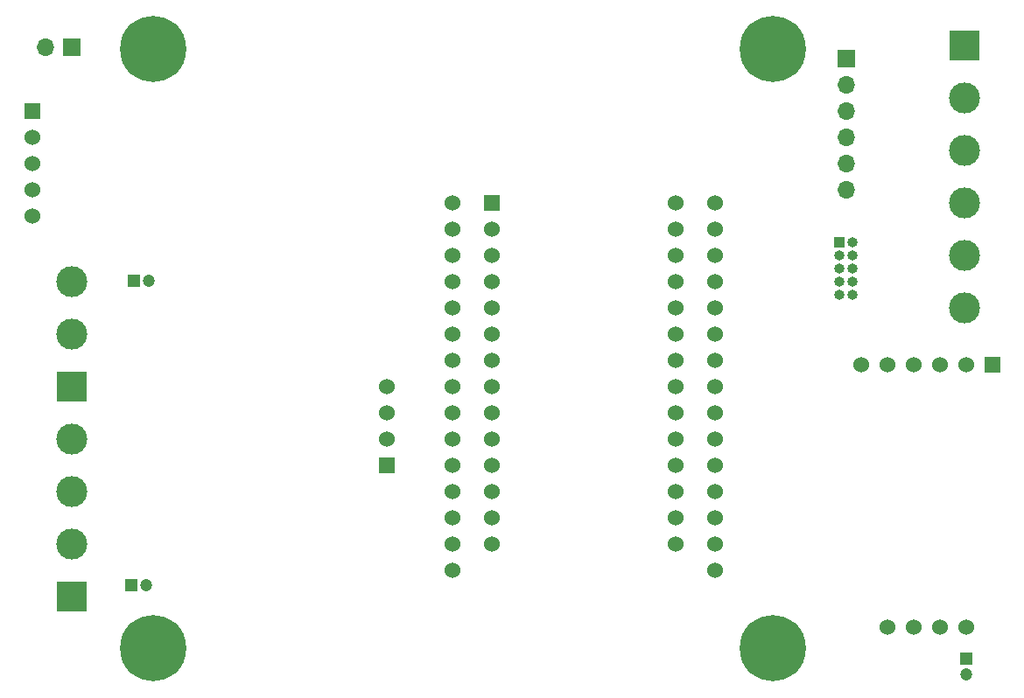
<source format=gbr>
G04 #@! TF.GenerationSoftware,KiCad,Pcbnew,(5.1.9)-1*
G04 #@! TF.CreationDate,2021-03-05T16:25:43+01:00*
G04 #@! TF.ProjectId,BOBcad,424f4263-6164-42e6-9b69-6361645f7063,v1.0.2*
G04 #@! TF.SameCoordinates,Original*
G04 #@! TF.FileFunction,Soldermask,Bot*
G04 #@! TF.FilePolarity,Negative*
%FSLAX46Y46*%
G04 Gerber Fmt 4.6, Leading zero omitted, Abs format (unit mm)*
G04 Created by KiCad (PCBNEW (5.1.9)-1) date 2021-03-05 16:25:43*
%MOMM*%
%LPD*%
G01*
G04 APERTURE LIST*
%ADD10C,1.524000*%
%ADD11R,1.200000X1.200000*%
%ADD12C,1.200000*%
%ADD13R,1.524000X1.524000*%
%ADD14C,3.000000*%
%ADD15R,3.000000X3.000000*%
%ADD16R,1.000000X1.000000*%
%ADD17O,1.000000X1.000000*%
%ADD18R,1.700000X1.700000*%
%ADD19O,1.700000X1.700000*%
%ADD20C,6.400000*%
G04 APERTURE END LIST*
D10*
X161006000Y-116092000D03*
X161006000Y-113552000D03*
X161006000Y-111012000D03*
X161006000Y-108472000D03*
X161006000Y-105932000D03*
X161006000Y-103392000D03*
X161006000Y-100852000D03*
X161006000Y-98312000D03*
X161006000Y-95772000D03*
X161006000Y-93232000D03*
X161006000Y-90692000D03*
X161006000Y-88152000D03*
X161006000Y-85612000D03*
X161006000Y-83072000D03*
X161006000Y-80532000D03*
X135606000Y-93232000D03*
X135606000Y-80532000D03*
X135606000Y-103392000D03*
X135606000Y-90692000D03*
X135606000Y-83072000D03*
X135606000Y-100852000D03*
X135606000Y-113552000D03*
X135606000Y-111012000D03*
X135606000Y-98312000D03*
X135606000Y-108472000D03*
X135606000Y-88152000D03*
X135606000Y-95772000D03*
X135606000Y-85612000D03*
X135606000Y-116092000D03*
X135606000Y-105932000D03*
D11*
X104762000Y-88146000D03*
D12*
X106262000Y-88146000D03*
D11*
X104508000Y-117610000D03*
D12*
X106008000Y-117610000D03*
D11*
X185280000Y-124722000D03*
D12*
X185280000Y-126222000D03*
D10*
X157196000Y-80532000D03*
X157196000Y-83072000D03*
X157196000Y-85612000D03*
X157196000Y-88152000D03*
X157196000Y-90692000D03*
X157196000Y-93232000D03*
X157196000Y-95772000D03*
X157196000Y-98312000D03*
X157196000Y-100852000D03*
X157196000Y-103392000D03*
X157196000Y-105932000D03*
X157196000Y-108472000D03*
X157196000Y-111012000D03*
X157196000Y-113552000D03*
X139416000Y-113552000D03*
X139416000Y-111012000D03*
X139416000Y-108472000D03*
X139416000Y-105932000D03*
X139416000Y-103392000D03*
X139416000Y-100852000D03*
X139416000Y-98312000D03*
X139416000Y-95772000D03*
X139416000Y-93232000D03*
X139416000Y-90692000D03*
X139416000Y-88152000D03*
X139416000Y-85612000D03*
X139416000Y-83072000D03*
D13*
X139416000Y-80532000D03*
X129256000Y-105932000D03*
D10*
X129256000Y-103392000D03*
X129256000Y-100852000D03*
X129256000Y-98312000D03*
D13*
X94966000Y-71642000D03*
D10*
X94966000Y-74182000D03*
X94966000Y-76722000D03*
X94966000Y-79262000D03*
X94966000Y-81802000D03*
D14*
X98776000Y-113552000D03*
X98776000Y-108472000D03*
D15*
X98776000Y-118632000D03*
D14*
X98776000Y-103392000D03*
D15*
X98776000Y-98312000D03*
D14*
X98776000Y-93232000D03*
X98776000Y-88152000D03*
D16*
X173071000Y-84342000D03*
D17*
X174341000Y-84342000D03*
X173071000Y-85612000D03*
X174341000Y-85612000D03*
X173071000Y-86882000D03*
X174341000Y-86882000D03*
X173071000Y-88152000D03*
X174341000Y-88152000D03*
X173071000Y-89422000D03*
X174341000Y-89422000D03*
D10*
X177660000Y-121674000D03*
X180200000Y-121674000D03*
X182740000Y-121674000D03*
X185280000Y-121674000D03*
X175120000Y-96274000D03*
X177660000Y-96274000D03*
X180200000Y-96274000D03*
X182740000Y-96274000D03*
X185280000Y-96274000D03*
D13*
X187820000Y-96274000D03*
D14*
X185136000Y-70372000D03*
X185136000Y-75452000D03*
D15*
X185136000Y-65292000D03*
D14*
X185136000Y-80532000D03*
X185136000Y-85612000D03*
X185136000Y-90692000D03*
D18*
X173706000Y-66562000D03*
D19*
X173706000Y-69102000D03*
X173706000Y-71642000D03*
X173706000Y-74182000D03*
X173706000Y-76722000D03*
X173706000Y-79262000D03*
D18*
X98776000Y-65540000D03*
D19*
X96236000Y-65540000D03*
D20*
X166626000Y-123682000D03*
X106626000Y-123682000D03*
X166626000Y-65682000D03*
X106626000Y-65682000D03*
M02*

</source>
